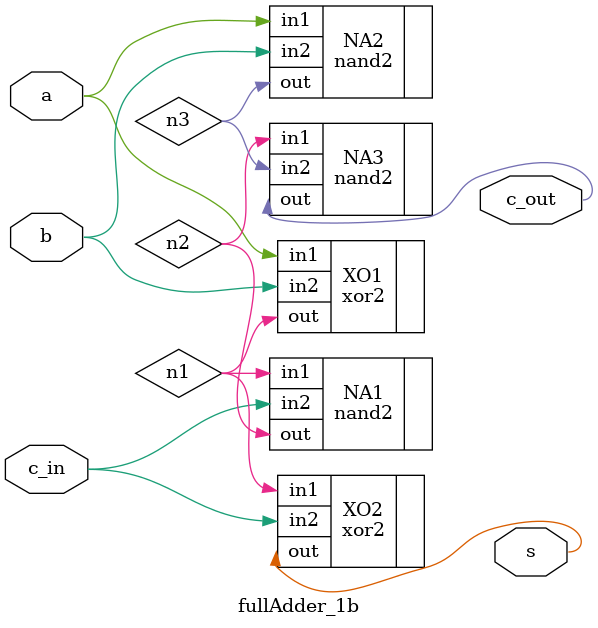
<source format=v>
/*
    CS/ECE 552 Spring '20
    Homework #1, Problem 2
    
    a 1-bit full adder
*/
module fullAdder_1b(s, c_out, a, b, c_in);
    output s;
    output c_out;
    input   a, b;
    input  c_in;

    // YOUR CODE HERE
    wire n1, n2, n3;

    xor2 XO1(.out(n1), .in1(a), .in2(b));
    xor2 XO2(.out(s), .in1(n1), .in2(c_in));

    nand2 NA1(.out(n2), .in1(n1), .in2(c_in));
    nand2 NA2(.out(n3), .in1(a), .in2(b));
    nand2 NA3(.out(c_out), .in1(n2), .in2(n3));

endmodule

</source>
